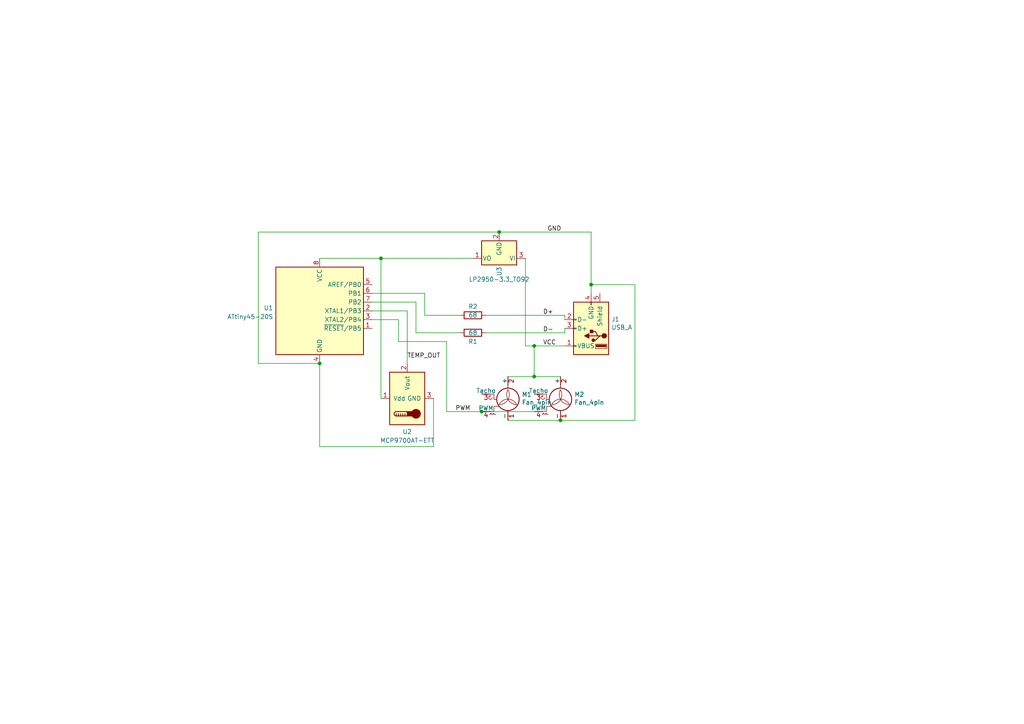
<source format=kicad_sch>
(kicad_sch (version 20211123) (generator eeschema)
  (paper "A4")
  (lib_symbols
    (symbol "Connector:USB_A" (pin_names (offset 1.016))
      (property "Reference" "J" (at -5.08 11.43 0))
      (property "Value" "USB_A" (at -5.08 8.89 0))
      (symbol "USB_A_0_1"
        (rectangle (start -5.08 -7.62) (end 5.08 7.62) (stroke (width 0.254)) (fill (type background)))
        (circle (center -3.81 2.159) (radius 0.635) (stroke (width 0.254)) (fill (type outline)))
        (rectangle (start -1.524 4.826) (end -4.318 5.334) (fill (type outline)))
        (rectangle (start -1.27 4.572) (end -4.572 5.842))
        (circle (center -0.635 3.429) (radius 0.381) (stroke (width 0.254)) (fill (type outline)))
        (rectangle (start -0.127 -7.62) (end 0.127 -6.858))
        (polyline (pts (xy -3.175 2.159) (xy -2.54 2.159) (xy -1.27 3.429) (xy -0.635 3.429)) (stroke (width 0.254)))
        (polyline (pts (xy -2.54 2.159) (xy -1.905 2.159) (xy -1.27 0.889) (xy 0 0.889)) (stroke (width 0.254)))
        (polyline (pts (xy 0.635 2.794) (xy 0.635 1.524) (xy 1.905 2.159) (xy 0.635 2.794)) (stroke (width 0.254)) (fill (type outline)))
        (rectangle (start 0.254 1.27) (end -0.508 0.508) (stroke (width 0.254)) (fill (type outline)))
        (rectangle (start 5.08 -2.667) (end 4.318 -2.413))
        (rectangle (start 5.08 -0.127) (end 4.318 0.127))
        (rectangle (start 5.08 4.953) (end 4.318 5.207))
      )
      (symbol "USB_A_1_1"
        (polyline (pts (xy -1.905 2.159) (xy 0.635 2.159)) (stroke (width 0.254)))
        (pin power_in line (at 7.62 5.08 180) (length 2.54) (name "VBUS") (number "1"))
        (pin bidirectional line (at 7.62 -2.54 180) (length 2.54) (name "D-") (number "2"))
        (pin bidirectional line (at 7.62 0 180) (length 2.54) (name "D+") (number "3"))
        (pin power_in line (at 0 -10.16 90) (length 2.54) (name "GND") (number "4"))
        (pin passive line (at -2.54 -10.16 90) (length 2.54) (name "Shield") (number "5"))
      )
    )
    (symbol "Device:R" (pin_numbers hide) (pin_names (offset 0))
      (property "Reference" "R" (at 2.032 0 90))
      (property "Value" "R" (at 0 0 90))
      (symbol "R_0_1"
        (rectangle (start -1.016 -2.54) (end 1.016 2.54) (stroke (width 0.254)))
      )
      (symbol "R_1_1"
        (pin passive line (at 0 3.81 270) (length 1.27) (name "~") (number "1"))
        (pin passive line (at 0 -3.81 90) (length 1.27) (name "~") (number "2"))
      )
    )
    (symbol "MCU_Microchip_ATtiny:ATtiny45-20S"
      (property "Reference" "U" (at -12.7 13.97 0))
      (property "Value" "ATtiny45-20S" (at 2.54 -13.97 0))
      (symbol "ATtiny45-20S_0_1"
        (rectangle (start -12.7 -12.7) (end 12.7 12.7) (stroke (width 0.254)) (fill (type background)))
      )
      (symbol "ATtiny45-20S_1_1"
        (pin bidirectional line (at 15.24 -5.08 180) (length 2.54) (name "~{RESET}/PB5") (number "1"))
        (pin bidirectional line (at 15.24 0 180) (length 2.54) (name "XTAL1/PB3") (number "2"))
        (pin bidirectional line (at 15.24 -2.54 180) (length 2.54) (name "XTAL2/PB4") (number "3"))
        (pin power_in line (at 0 -15.24 90) (length 2.54) (name "GND") (number "4"))
        (pin bidirectional line (at 15.24 7.62 180) (length 2.54) (name "AREF/PB0") (number "5"))
        (pin bidirectional line (at 15.24 5.08 180) (length 2.54) (name "PB1") (number "6"))
        (pin bidirectional line (at 15.24 2.54 180) (length 2.54) (name "PB2") (number "7"))
        (pin power_in line (at 0 15.24 270) (length 2.54) (name "VCC") (number "8"))
      )
    )
    (symbol "Motor:Fan_4pin" (pin_names (offset 0))
      (property "Reference" "M" (at 2.54 5.08 0))
      (property "Value" "Fan_4pin" (at 2.54 -2.54 0))
      (symbol "Fan_4pin_0_0"
        (arc (start -5.588 1.524) (mid -5.08 1.016) (end -4.572 1.524))
        (arc (start -5.08 2.032) (mid -5.4392 1.8832) (end -5.588 1.524))
        (polyline (pts (xy -5.08 2.032) (xy -5.334 2.159)))
        (polyline (pts (xy -5.08 2.032) (xy -5.207 1.778)))
        (polyline (pts (xy -4.064 2.54) (xy -4.064 1.016) (xy -3.302 1.016)))
      )
      (symbol "Fan_4pin_0_1"
        (arc (start -2.54 -0.508) (mid -0.0014 0.9048) (end 0 3.81))
        (polyline (pts (xy -4.064 2.54) (xy -5.08 2.54)))
        (polyline (pts (xy 0 -5.08) (xy 0 -4.572)))
        (polyline (pts (xy 0 -2.2352) (xy 0 -2.6416)))
        (polyline (pts (xy 0 4.2672) (xy 0 4.6228)))
        (polyline (pts (xy 0 4.572) (xy 0 5.08)))
        (polyline (pts (xy -2.54 -1.016) (xy -4.064 -1.016) (xy -4.064 -2.54) (xy -5.08 -2.54)))
        (polyline (pts (xy -5.334 -3.302) (xy -5.08 -3.302) (xy -5.08 -3.048) (xy -4.826 -3.048) (xy -4.826 -3.302) (xy -4.318 -3.302) (xy -4.318 -3.048) (xy -4.064 -3.048) (xy -4.064 -3.302) (xy -3.556 -3.302)))
        (circle (center 0 1.016) (radius 3.2512) (stroke (width 0.254)))
        (arc (start 0 3.81) (mid 0.0468 0.9314) (end 2.54 -0.508))
        (arc (start 2.54 -0.508) (mid 0 1.0618) (end -2.54 -0.508))
      )
      (symbol "Fan_4pin_1_1"
        (pin passive line (at 0 -5.08 90) (length 2.54) (name "-") (number "1"))
        (pin passive line (at 0 7.62 270) (length 2.54) (name "+") (number "2"))
        (pin passive line (at -7.62 2.54 0) (length 2.54) (name "Tacho") (number "3"))
        (pin input line (at -7.62 -2.54 0) (length 2.54) (name "PWM") (number "4"))
      )
    )
    (symbol "Regulator_Linear:LP2950-3.3_TO92" (pin_names (offset 0.254))
      (property "Reference" "U" (at -3.81 3.175 0))
      (property "Value" "LP2950-3.3_TO92" (at 0 3.175 0))
      (symbol "LP2950-3.3_TO92_0_1"
        (rectangle (start -5.08 -5.08) (end 5.08 1.905) (stroke (width 0.254)) (fill (type background)))
      )
      (symbol "LP2950-3.3_TO92_1_1"
        (pin power_out line (at 7.62 0 180) (length 2.54) (name "VO") (number "1"))
        (pin power_in line (at 0 -7.62 90) (length 2.54) (name "GND") (number "2"))
        (pin power_in line (at -7.62 0 0) (length 2.54) (name "VI") (number "3"))
      )
    )
    (symbol "Sensor_Temperature:MCP9700AT-ETT" (pin_names (offset 1.016))
      (property "Reference" "U" (at -6.35 6.35 0))
      (property "Value" "MCP9700AT-ETT" (at 1.27 6.35 0))
      (symbol "MCP9700AT-ETT_0_1"
        (rectangle (start -7.62 5.08) (end 7.62 -5.08) (stroke (width 0.254)) (fill (type background)))
        (circle (center -4.445 -2.54) (radius 1.27) (stroke (width 0.254)) (fill (type outline)))
        (rectangle (start -3.81 -1.905) (end -5.08 0) (stroke (width 0.254)) (fill (type outline)))
        (arc (start -3.81 3.175) (mid -4.445 3.81) (end -5.08 3.175) (stroke (width 0.254)))
        (polyline (pts (xy -5.08 0.635) (xy -4.445 0.635)) (stroke (width 0.254)))
        (polyline (pts (xy -5.08 1.27) (xy -4.445 1.27)) (stroke (width 0.254)))
        (polyline (pts (xy -5.08 1.905) (xy -4.445 1.905)) (stroke (width 0.254)))
        (polyline (pts (xy -5.08 2.54) (xy -4.445 2.54)) (stroke (width 0.254)))
        (polyline (pts (xy -5.08 3.175) (xy -5.08 0)) (stroke (width 0.254)))
        (polyline (pts (xy -5.08 3.175) (xy -4.445 3.175)) (stroke (width 0.254)))
        (polyline (pts (xy -3.81 3.175) (xy -3.81 0)) (stroke (width 0.254)))
      )
      (symbol "MCP9700AT-ETT_1_1"
        (pin power_in line (at 0 7.62 270) (length 2.54) (name "Vdd") (number "1"))
        (pin output line (at 10.16 0 180) (length 2.54) (name "Vout") (number "2"))
        (pin power_in line (at 0 -7.62 90) (length 2.54) (name "GND") (number "3"))
      )
    )
  )
  (junction (at 110.49 74.93))
  (junction (at 154.94 109.22))
  (junction (at 144.78 67.31))
  (junction (at 92.71 105.41))
  (junction (at 139.7 119.38))
  (junction (at 154.94 100.33))
  (junction (at 171.45 82.55))
  (junction (at 162.56 121.92))
  (wire (pts (xy 120.65 87.63) (xy 120.65 96.52)))
  (wire (pts (xy 152.4 74.93) (xy 152.4 100.33)))
  (wire (pts (xy 120.65 87.63) (xy 107.95 87.63)))
  (wire (pts (xy 147.32 121.92) (xy 162.56 121.92)))
  (wire (pts (xy 133.35 91.44) (xy 123.19 91.44)))
  (wire (pts (xy 129.54 119.38) (xy 129.54 99.06)))
  (wire (pts (xy 123.19 85.09) (xy 107.95 85.09)))
  (wire (pts (xy 115.57 99.06) (xy 115.57 92.71)))
  (wire (pts (xy 184.15 121.92) (xy 184.15 82.55)))
  (wire (pts (xy 110.49 74.93) (xy 92.71 74.93)))
  (wire (pts (xy 133.35 96.52) (xy 120.65 96.52)))
  (wire (pts (xy 110.49 74.93) (xy 110.49 115.57)))
  (wire (pts (xy 129.54 99.06) (xy 115.57 99.06)))
  (wire (pts (xy 162.56 121.92) (xy 184.15 121.92)))
  (wire (pts (xy 139.7 119.38) (xy 154.94 119.38)))
  (wire (pts (xy 163.83 91.44) (xy 140.97 91.44)))
  (wire (pts (xy 171.45 82.55) (xy 184.15 82.55)))
  (wire (pts (xy 74.93 105.41) (xy 92.71 105.41)))
  (wire (pts (xy 115.57 92.71) (xy 107.95 92.71)))
  (wire (pts (xy 118.11 90.17) (xy 107.95 90.17)))
  (wire (pts (xy 92.71 129.54) (xy 125.73 129.54)))
  (wire (pts (xy 163.83 96.52) (xy 140.97 96.52)))
  (wire (pts (xy 163.83 100.33) (xy 154.94 100.33)))
  (wire (pts (xy 118.11 105.41) (xy 118.11 90.17)))
  (wire (pts (xy 144.78 67.31) (xy 74.93 67.31)))
  (wire (pts (xy 154.94 100.33) (xy 152.4 100.33)))
  (wire (pts (xy 171.45 82.55) (xy 171.45 67.31)))
  (wire (pts (xy 123.19 91.44) (xy 123.19 85.09)))
  (wire (pts (xy 163.83 95.25) (xy 163.83 96.52)))
  (wire (pts (xy 137.16 74.93) (xy 110.49 74.93)))
  (wire (pts (xy 74.93 67.31) (xy 74.93 105.41)))
  (wire (pts (xy 92.71 105.41) (xy 92.71 129.54)))
  (wire (pts (xy 162.56 109.22) (xy 154.94 109.22)))
  (wire (pts (xy 125.73 115.57) (xy 125.73 129.54)))
  (wire (pts (xy 171.45 67.31) (xy 144.78 67.31)))
  (wire (pts (xy 154.94 109.22) (xy 154.94 100.33)))
  (wire (pts (xy 154.94 109.22) (xy 147.32 109.22)))
  (wire (pts (xy 163.83 92.71) (xy 163.83 91.44)))
  (wire (pts (xy 139.7 119.38) (xy 129.54 119.38)))
  (wire (pts (xy 171.45 82.55) (xy 171.45 85.09)))
  (label "TEMP_OUT" (at 118.11 104.14 0))
  (label "D+" (at 157.48 91.44 0))
  (label "PWM" (at 132.08 119.38 0))
  (label "VCC" (at 157.48 100.33 0))
  (label "D-" (at 157.48 96.52 0))
  (label "GND" (at 158.75 67.31 0))
  (symbol (lib_id "Regulator_Linear:LP2950-3.3_TO92") (at 144.78 74.93 180) (unit 1)
    (property "Reference" "U3" (at 144.78 78.7146 90))
    (property "Value" "LP2950-3.3_TO92" (at 144.78 81.026 0))
    (property "Footprint" "Package_TO_SOT_SMD:SOT-23" (effects hide))
    (property "Datasheet" "http://www.ti.com/lit/ds/symlink/lp2950-n.pdf" (effects hide))
  )
  (symbol (lib_id "Connector:USB_A") (at 171.45 95.25 180) (unit 1)
    (property "Reference" "J1" (at 177.292 92.6338 0) (effects (justify right)))
    (property "Value" "USB_A" (at 177.292 94.9452 0) (effects (justify right)))
    (property "Footprint" "Connector_USB:USB_A_CNCTech_1001-011-01101_Horizontal" (effects hide))
    (property "Datasheet" " ~" (effects hide))
  )
  (symbol (lib_id "Device:R") (at 137.16 91.44 90) (unit 1)
    (property "Reference" "R2" (at 137.16 88.9 90))
    (property "Value" "68" (at 137.16 91.44 90))
    (property "Footprint" "Resistor_SMD:R_1206_3216Metric" (effects hide))
  )
  (symbol (lib_id "Device:R") (at 137.16 96.52 90) (unit 1)
    (property "Reference" "R1" (at 137.16 99.06 90))
    (property "Value" "68" (at 137.16 96.52 90))
    (property "Footprint" "Resistor_SMD:R_1206_3216Metric" (effects hide))
  )
  (symbol (lib_id "Motor:Fan_4pin") (at 162.56 116.84 0) (unit 1)
    (property "Reference" "M2" (at 166.5732 114.4016 0) (effects (justify left)))
    (property "Value" "Fan_4pin" (at 166.5732 116.713 0) (effects (justify left)))
    (property "Footprint" "Connector:FanPinHeader_1x04_P2.54mm_Vertical" (effects hide))
    (property "Datasheet" "http://www.formfactors.org/developer%5Cspecs%5Crev1_2_public.pdf" (effects hide))
  )
  (symbol (lib_id "Motor:Fan_4pin") (at 147.32 116.84 0) (unit 1)
    (property "Reference" "M1" (at 151.3332 114.4016 0) (effects (justify left)))
    (property "Value" "Fan_4pin" (at 151.3332 116.713 0) (effects (justify left)))
    (property "Footprint" "Connector:FanPinHeader_1x04_P2.54mm_Vertical" (effects hide))
    (property "Datasheet" "http://www.formfactors.org/developer%5Cspecs%5Crev1_2_public.pdf" (effects hide))
  )
  (symbol (lib_id "MCU_Microchip_ATtiny:ATtiny45-20S") (at 92.71 90.17 0) (unit 1)
    (property "Reference" "U1" (at 79.2481 89.3353 0) (effects (justify right)))
    (property "Value" "ATtiny45-20S" (at 79.2481 91.8722 0) (effects (justify right)))
    (property "Footprint" "Package_SO:SOIC-8W_5.3x5.3mm_P1.27mm" (effects hide))
    (property "Datasheet" "http://ww1.microchip.com/downloads/en/DeviceDoc/atmel-2586-avr-8-bit-microcontroller-attiny25-attiny45-attiny85_datasheet.pdf" (effects hide))
  )
  (symbol (lib_id "Sensor_Temperature:MCP9700AT-ETT") (at 118.11 115.57 90) (unit 1)
    (property "Reference" "U2" (at 118.11 125.2204 90))
    (property "Value" "MCP9700AT-ETT" (at 118.11 127.7573 90))
    (property "Footprint" "Package_TO_SOT_SMD:SOT-23" (effects hide))
    (property "Datasheet" "http://ww1.microchip.com/downloads/en/DeviceDoc/21942e.pdf" (effects hide))
  )
)
</source>
